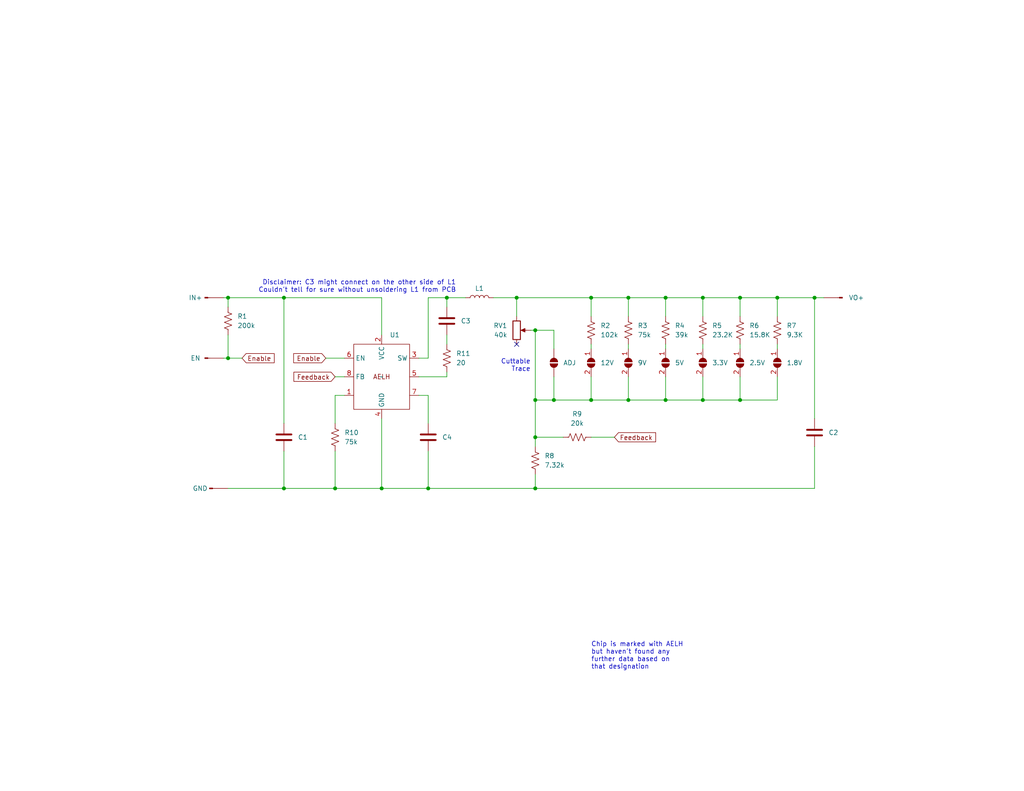
<source format=kicad_sch>
(kicad_sch (version 20230121) (generator eeschema)
  (paper "USLetter")
  (title_block (title "Reverse engineering AELH buck converter"))
  (lib_symbols
    (symbol "Conn_01x01_Pin_1" (pin_numbers hide) (pin_names (offset 1.016) hide)
      (property "Reference" "J" (at 0 2.54 0))
      (property "Value" "Conn_01x01_Pin" (at 0 -2.54 0))
      (symbol "Conn_01x01_Pin_1_1_1"
        (polyline (pts (xy 1.27 0) (xy 0.8636 0)) (stroke (width 0.1524)))
        (rectangle (start 0.8636 0.127) (end 0 -0.127) (stroke (width 0.1524)) (fill (type outline)))
        (pin passive line (at 5.08 0 180) (length 3.81) (name "Pin_1") (number "1"))
      )
    )
    (symbol "Conn_01x01_Pin_2" (pin_numbers hide) (pin_names (offset 1.016) hide)
      (property "Reference" "J" (at 0 2.54 0))
      (property "Value" "Conn_01x01_Pin" (at 0 -2.54 0))
      (symbol "Conn_01x01_Pin_2_1_1"
        (polyline (pts (xy 1.27 0) (xy 0.8636 0)) (stroke (width 0.1524)))
        (rectangle (start 0.8636 0.127) (end 0 -0.127) (stroke (width 0.1524)) (fill (type outline)))
        (pin passive line (at 5.08 0 180) (length 3.81) (name "Pin_1") (number "1"))
      )
    )
    (symbol "Conn_01x01_Pin_3" (pin_numbers hide) (pin_names (offset 1.016) hide)
      (property "Reference" "J" (at 0 2.54 0))
      (property "Value" "Conn_01x01_Pin" (at 0 -2.54 0))
      (symbol "Conn_01x01_Pin_3_1_1"
        (polyline (pts (xy 1.27 0) (xy 0.8636 0)) (stroke (width 0.1524)))
        (rectangle (start 0.8636 0.127) (end 0 -0.127) (stroke (width 0.1524)) (fill (type outline)))
        (pin passive line (at 5.08 0 180) (length 3.81) (name "Pin_1") (number "1"))
      )
    )
    (symbol "Connector:Conn_01x01_Pin" (pin_numbers hide) (pin_names (offset 1.016) hide)
      (property "Reference" "J" (at 0 2.54 0))
      (property "Value" "Conn_01x01_Pin" (at 0 -2.54 0))
      (symbol "Conn_01x01_Pin_1_1"
        (polyline (pts (xy 1.27 0) (xy 0.8636 0)) (stroke (width 0.1524)))
        (rectangle (start 0.8636 0.127) (end 0 -0.127) (stroke (width 0.1524)) (fill (type outline)))
        (pin passive line (at 5.08 0 180) (length 3.81) (name "Pin_1") (number "1"))
      )
    )
    (symbol "Device:C" (pin_numbers hide) (pin_names (offset 0.254))
      (property "Reference" "C" (at 0.635 2.54 0))
      (property "Value" "C" (at 0.635 -2.54 0))
      (symbol "C_0_1"
        (polyline (pts (xy -2.032 -0.762) (xy 2.032 -0.762)) (stroke (width 0.508)))
        (polyline (pts (xy -2.032 0.762) (xy 2.032 0.762)) (stroke (width 0.508)))
      )
      (symbol "C_1_1"
        (pin passive line (at 0 3.81 270) (length 2.794) (name "~") (number "1"))
        (pin passive line (at 0 -3.81 90) (length 2.794) (name "~") (number "2"))
      )
    )
    (symbol "Device:L" (pin_numbers hide) (pin_names (offset 1.016) hide)
      (property "Reference" "L" (at -1.27 0 90))
      (property "Value" "L" (at 1.905 0 90))
      (symbol "L_0_1"
        (arc (start 0 -2.54) (mid 0.6323 -1.905) (end 0 -1.27))
        (arc (start 0 -1.27) (mid 0.6323 -0.635) (end 0 0))
        (arc (start 0 0) (mid 0.6323 0.635) (end 0 1.27))
        (arc (start 0 1.27) (mid 0.6323 1.905) (end 0 2.54))
      )
      (symbol "L_1_1"
        (pin passive line (at 0 3.81 270) (length 1.27) (name "1") (number "1"))
        (pin passive line (at 0 -3.81 90) (length 1.27) (name "2") (number "2"))
      )
    )
    (symbol "Device:R_Potentiometer" (pin_numbers hide) (pin_names (offset 1.016) hide)
      (property "Reference" "RV" (at -4.445 0 90))
      (property "Value" "R_Potentiometer" (at -2.54 0 90))
      (symbol "R_Potentiometer_0_1"
        (polyline (pts (xy 2.54 0) (xy 1.524 0)))
        (polyline (pts (xy 1.143 0) (xy 2.286 0.508) (xy 2.286 -0.508) (xy 1.143 0)) (fill (type outline)))
        (rectangle (start 1.016 2.54) (end -1.016 -2.54) (stroke (width 0.254)))
      )
      (symbol "R_Potentiometer_1_1"
        (pin passive line (at 0 3.81 270) (length 1.27) (name "1") (number "1"))
        (pin passive line (at 3.81 0 180) (length 1.27) (name "2") (number "2"))
        (pin passive line (at 0 -3.81 90) (length 1.27) (name "3") (number "3"))
      )
    )
    (symbol "Device:R_US" (pin_numbers hide) (pin_names (offset 0))
      (property "Reference" "R" (at 2.54 0 90))
      (property "Value" "R_US" (at -2.54 0 90))
      (symbol "R_US_0_1"
        (polyline (pts (xy 0 -2.286) (xy 0 -2.54)))
        (polyline (pts (xy 0 2.286) (xy 0 2.54)))
        (polyline (pts (xy 0 -0.762) (xy 1.016 -1.143) (xy 0 -1.524) (xy -1.016 -1.905) (xy 0 -2.286)))
        (polyline (pts (xy 0 0.762) (xy 1.016 0.381) (xy 0 0) (xy -1.016 -0.381) (xy 0 -0.762)))
        (polyline (pts (xy 0 2.286) (xy 1.016 1.905) (xy 0 1.524) (xy -1.016 1.143) (xy 0 0.762)))
      )
      (symbol "R_US_1_1"
        (pin passive line (at 0 3.81 270) (length 1.27) (name "~") (number "1"))
        (pin passive line (at 0 -3.81 90) (length 1.27) (name "~") (number "2"))
      )
    )
    (symbol "Jumper:SolderJumper_2_Open" (pin_numbers hide) (pin_names (offset 0) hide)
      (property "Reference" "JP" (at 0 2.032 0))
      (property "Value" "SolderJumper_2_Open" (at 0 -2.54 0))
      (symbol "SolderJumper_2_Open_0_1"
        (arc (start -0.254 1.016) (mid -1.2656 0) (end -0.254 -1.016))
        (arc (start -0.254 1.016) (mid -1.2656 0) (end -0.254 -1.016) (fill (type outline)))
        (polyline (pts (xy -0.254 1.016) (xy -0.254 -1.016)))
        (polyline (pts (xy 0.254 1.016) (xy 0.254 -1.016)))
        (arc (start 0.254 -1.016) (mid 1.2656 0) (end 0.254 1.016))
        (arc (start 0.254 -1.016) (mid 1.2656 0) (end 0.254 1.016) (fill (type outline)))
      )
      (symbol "SolderJumper_2_Open_1_1"
        (pin passive line (at -3.81 0 0) (length 2.54) (name "A") (number "1"))
        (pin passive line (at 3.81 0 180) (length 2.54) (name "B") (number "2"))
      )
    )
    (symbol "SolderJumper_2_Open_1" (pin_names (offset 0) hide)
      (property "Reference" "JP" (at 0 2.032 0))
      (property "Value" "SolderJumper_2_Open" (at 0 -2.54 0))
      (symbol "SolderJumper_2_Open_1_0_1"
        (arc (start -0.254 1.016) (mid -1.2656 0) (end -0.254 -1.016))
        (arc (start -0.254 1.016) (mid -1.2656 0) (end -0.254 -1.016) (fill (type outline)))
        (polyline (pts (xy -0.254 1.016) (xy -0.254 -1.016)))
        (polyline (pts (xy 0.254 1.016) (xy 0.254 -1.016)))
        (arc (start 0.254 -1.016) (mid 1.2656 0) (end 0.254 1.016))
        (arc (start 0.254 -1.016) (mid 1.2656 0) (end 0.254 1.016) (fill (type outline)))
      )
      (symbol "SolderJumper_2_Open_1_1_1"
        (pin passive line (at -3.81 0 0) (length 2.54) (name "A") (number "1"))
        (pin passive line (at 3.81 0 180) (length 2.54) (name "B") (number "2"))
      )
    )
    (symbol "aelh:AELH"
      (property "Reference" "U" (at 3.81 11.43 0))
      (symbol "AELH_0_1"
        (rectangle (start -7.62 8.89) (end 7.62 -8.89))
      )
      (symbol "AELH_1_1"
        (text "AELH" (at 0 0 0) (effects (font (size 1.27 1.27))))
        (pin passive line (at -10.16 -5.08 0) (length 2.54) (name "") (number "1"))
        (pin power_in line (at 0 11.43 270) (length 2.54) (name "VCC") (number "2"))
        (pin power_in line (at 10.16 5.08 180) (length 2.54) (name "SW") (number "3"))
        (pin power_in line (at 0 -11.43 90) (length 2.54) (name "GND") (number "4"))
        (pin passive line (at 10.16 0 180) (length 2.54) (name "") (number "5"))
        (pin passive line (at -10.16 5.08 0) (length 2.54) (name "EN") (number "6"))
        (pin passive line (at 10.16 -5.08 180) (length 2.54) (name "") (number "7"))
        (pin passive line (at -10.16 0 0) (length 2.54) (name "FB") (number "8"))
      )
    )
  )
  (junction (at 146.05 119.38))
  (junction (at 91.44 133.35))
  (junction (at 104.14 133.35))
  (junction (at 161.29 109.22))
  (junction (at 191.77 109.22))
  (junction (at 140.97 81.28))
  (junction (at 62.23 97.79))
  (junction (at 146.05 90.17))
  (junction (at 181.61 81.28))
  (junction (at 191.77 81.28))
  (junction (at 171.45 81.28))
  (junction (at 77.47 133.35))
  (junction (at 116.84 133.35))
  (junction (at 222.25 81.28))
  (junction (at 201.93 109.22))
  (junction (at 62.23 81.28))
  (junction (at 171.45 109.22))
  (junction (at 181.61 109.22))
  (junction (at 161.29 81.28))
  (junction (at 151.13 109.22))
  (junction (at 212.09 81.28))
  (junction (at 121.92 81.28))
  (junction (at 77.47 81.28))
  (junction (at 201.93 81.28))
  (junction (at 146.05 133.35))
  (junction (at 146.05 109.22))
  (no_connect (at 140.97 93.98))
  (wire (pts (xy 171.45 109.22) (xy 181.61 109.22)))
  (wire (pts (xy 146.05 129.54) (xy 146.05 133.35)))
  (wire (pts (xy 121.92 81.28) (xy 116.84 81.28)))
  (wire (pts (xy 104.14 81.28) (xy 77.47 81.28)))
  (wire (pts (xy 191.77 102.87) (xy 191.77 109.22)))
  (wire (pts (xy 181.61 93.98) (xy 181.61 95.25)))
  (wire (pts (xy 144.78 90.17) (xy 146.05 90.17)))
  (wire (pts (xy 161.29 102.87) (xy 161.29 109.22)))
  (wire (pts (xy 121.92 81.28) (xy 121.92 83.82)))
  (wire (pts (xy 222.25 121.92) (xy 222.25 133.35)))
  (wire (pts (xy 191.77 93.98) (xy 191.77 95.25)))
  (wire (pts (xy 201.93 81.28) (xy 201.93 86.36)))
  (wire (pts (xy 212.09 93.98) (xy 212.09 95.25)))
  (wire (pts (xy 62.23 97.79) (xy 66.04 97.79)))
  (wire (pts (xy 121.92 102.87) (xy 114.3 102.87)))
  (wire (pts (xy 60.96 81.28) (xy 62.23 81.28)))
  (wire (pts (xy 161.29 81.28) (xy 161.29 86.36)))
  (wire (pts (xy 62.23 81.28) (xy 62.23 83.82)))
  (wire (pts (xy 151.13 102.87) (xy 151.13 109.22)))
  (wire (pts (xy 201.93 81.28) (xy 212.09 81.28)))
  (wire (pts (xy 127 81.28) (xy 121.92 81.28)))
  (wire (pts (xy 146.05 109.22) (xy 146.05 119.38)))
  (wire (pts (xy 212.09 81.28) (xy 212.09 86.36)))
  (wire (pts (xy 146.05 119.38) (xy 146.05 121.92)))
  (wire (pts (xy 151.13 109.22) (xy 146.05 109.22)))
  (wire (pts (xy 171.45 81.28) (xy 181.61 81.28)))
  (wire (pts (xy 212.09 102.87) (xy 212.09 109.22)))
  (wire (pts (xy 121.92 91.44) (xy 121.92 93.98)))
  (wire (pts (xy 161.29 109.22) (xy 151.13 109.22)))
  (wire (pts (xy 91.44 133.35) (xy 104.14 133.35)))
  (wire (pts (xy 146.05 90.17) (xy 151.13 90.17)))
  (wire (pts (xy 161.29 81.28) (xy 171.45 81.28)))
  (wire (pts (xy 116.84 107.95) (xy 116.84 115.57)))
  (wire (pts (xy 62.23 91.44) (xy 62.23 97.79)))
  (wire (pts (xy 116.84 133.35) (xy 146.05 133.35)))
  (wire (pts (xy 222.25 81.28) (xy 224.79 81.28)))
  (wire (pts (xy 77.47 133.35) (xy 91.44 133.35)))
  (wire (pts (xy 161.29 109.22) (xy 171.45 109.22)))
  (wire (pts (xy 134.62 81.28) (xy 140.97 81.28)))
  (wire (pts (xy 146.05 119.38) (xy 153.67 119.38)))
  (wire (pts (xy 116.84 97.79) (xy 114.3 97.79)))
  (wire (pts (xy 212.09 81.28) (xy 222.25 81.28)))
  (wire (pts (xy 171.45 102.87) (xy 171.45 109.22)))
  (wire (pts (xy 161.29 119.38) (xy 167.64 119.38)))
  (wire (pts (xy 116.84 123.19) (xy 116.84 133.35)))
  (wire (pts (xy 91.44 102.87) (xy 93.98 102.87)))
  (wire (pts (xy 91.44 123.19) (xy 91.44 133.35)))
  (wire (pts (xy 201.93 109.22) (xy 212.09 109.22)))
  (wire (pts (xy 191.77 109.22) (xy 201.93 109.22)))
  (wire (pts (xy 222.25 81.28) (xy 222.25 114.3)))
  (wire (pts (xy 151.13 90.17) (xy 151.13 95.25)))
  (wire (pts (xy 62.23 133.35) (xy 77.47 133.35)))
  (wire (pts (xy 201.93 93.98) (xy 201.93 95.25)))
  (wire (pts (xy 146.05 133.35) (xy 222.25 133.35)))
  (wire (pts (xy 104.14 114.3) (xy 104.14 133.35)))
  (wire (pts (xy 191.77 81.28) (xy 191.77 86.36)))
  (wire (pts (xy 116.84 107.95) (xy 114.3 107.95)))
  (wire (pts (xy 91.44 107.95) (xy 91.44 115.57)))
  (wire (pts (xy 140.97 81.28) (xy 161.29 81.28)))
  (wire (pts (xy 77.47 81.28) (xy 77.47 115.57)))
  (wire (pts (xy 88.9 97.79) (xy 93.98 97.79)))
  (wire (pts (xy 181.61 81.28) (xy 181.61 86.36)))
  (wire (pts (xy 104.14 81.28) (xy 104.14 91.44)))
  (wire (pts (xy 121.92 101.6) (xy 121.92 102.87)))
  (wire (pts (xy 140.97 86.36) (xy 140.97 81.28)))
  (wire (pts (xy 161.29 93.98) (xy 161.29 95.25)))
  (wire (pts (xy 60.96 97.79) (xy 62.23 97.79)))
  (wire (pts (xy 201.93 102.87) (xy 201.93 109.22)))
  (wire (pts (xy 62.23 81.28) (xy 77.47 81.28)))
  (wire (pts (xy 171.45 81.28) (xy 171.45 86.36)))
  (wire (pts (xy 181.61 102.87) (xy 181.61 109.22)))
  (wire (pts (xy 77.47 123.19) (xy 77.47 133.35)))
  (wire (pts (xy 91.44 107.95) (xy 93.98 107.95)))
  (wire (pts (xy 146.05 109.22) (xy 146.05 90.17)))
  (wire (pts (xy 181.61 109.22) (xy 191.77 109.22)))
  (wire (pts (xy 116.84 81.28) (xy 116.84 97.79)))
  (wire (pts (xy 104.14 133.35) (xy 116.84 133.35)))
  (wire (pts (xy 171.45 93.98) (xy 171.45 95.25)))
  (wire (pts (xy 181.61 81.28) (xy 191.77 81.28)))
  (wire (pts (xy 191.77 81.28) (xy 201.93 81.28)))
  (text "Cuttable\nTrace" (at 144.78 101.6 0) (effects (font (size 1.27 1.27)) (justify right bottom)))
  (text "Disclaimer: C3 might connect on the other side of L1\nCouldn't tell for sure without unsoldering L1 from PCB" (at 124.46 80.01 0) (effects (font (size 1.27 1.27)) (justify right bottom)))
  (text "Chip is marked with AELH\nbut haven't found any\nfurther data based on\nthat designation" (at 161.29 182.88 0) (effects (font (size 1.27 1.27)) (justify left bottom)))
  (global_label "Enable" (shape input) (at 88.9 97.79 180) (property "Intersheetrefs" "${INTERSHEET_REFS}" (effects hide)))
  (global_label "Enable" (shape input) (at 66.04 97.79 0) (property "Intersheetrefs" "${INTERSHEET_REFS}" (effects hide)))
  (global_label "Feedback" (shape input) (at 91.44 102.87 180) (property "Intersheetrefs" "${INTERSHEET_REFS}" (effects hide)))
  (global_label "Feedback" (shape input) (at 167.64 119.38 0) (property "Intersheetrefs" "${INTERSHEET_REFS}" (effects hide)))
  (symbol (lib_name "SolderJumper_2_Open_1") (lib_id "Jumper:SolderJumper_2_Open") (at 161.29 99.06 270) (unit 1)
    (property "Reference" "JP1" (effects hide))
    (property "Value" "12V" (at 163.83 99.06 90) (effects (justify left)))
  )
  (symbol (lib_id "Device:L") (at 130.81 81.28 90) (unit 1)
    (property "Reference" "L1" (at 130.81 78.74 90))
    (property "Value" "L" (effects hide))
  )
  (symbol (lib_id "Device:C") (at 121.92 87.63 0) (unit 1)
    (property "Reference" "C3" (at 125.73 87.63 0) (effects (justify left)))
    (property "Value" "C" (effects hide))
  )
  (symbol (lib_id "Device:R_US") (at 146.05 125.73 0) (unit 1)
    (property "Reference" "R8" (at 148.59 124.46 0) (effects (justify left)))
    (property "Value" "7.32k" (at 148.59 127 0) (effects (justify left)))
  )
  (symbol (lib_id "Device:R_US") (at 171.45 90.17 0) (unit 1)
    (property "Reference" "R3" (at 173.99 88.9 0) (effects (justify left)))
    (property "Value" "75k" (at 173.99 91.44 0) (effects (justify left)))
  )
  (symbol (lib_name "SolderJumper_2_Open_1") (lib_id "Jumper:SolderJumper_2_Open") (at 171.45 99.06 270) (unit 1)
    (property "Reference" "JP2" (effects hide))
    (property "Value" "9V" (at 173.99 99.06 90) (effects (justify left)))
  )
  (symbol (lib_name "SolderJumper_2_Open_1") (lib_id "Jumper:SolderJumper_2_Open") (at 201.93 99.06 270) (unit 1)
    (property "Reference" "JP5" (effects hide))
    (property "Value" "2.5V" (at 204.47 99.06 90) (effects (justify left)))
  )
  (symbol (lib_id "Device:C") (at 116.84 119.38 0) (unit 1)
    (property "Reference" "C4" (at 120.65 119.38 0) (effects (justify left)))
    (property "Value" "C" (effects hide))
  )
  (symbol (lib_id "Device:R_US") (at 161.29 90.17 0) (unit 1)
    (property "Reference" "R2" (at 163.83 88.9 0) (effects (justify left)))
    (property "Value" "102k" (at 163.83 91.44 0) (effects (justify left)))
  )
  (symbol (lib_id "aelh:AELH") (at 104.14 102.87 0) (unit 1)
    (property "Reference" "U1" (at 106.3341 91.44 0) (effects (justify left)))
    (property "Value" "~" (at 104.14 102.87 0))
  )
  (symbol (lib_name "Conn_01x01_Pin_2") (lib_id "Connector:Conn_01x01_Pin") (at 57.15 133.35 0) (unit 1)
    (property "Reference" "GND" (at 54.61 133.35 0))
    (property "Value" "Conn_01x01_Pin" (effects hide))
  )
  (symbol (lib_name "Conn_01x01_Pin_1") (lib_id "Connector:Conn_01x01_Pin") (at 55.88 81.28 0) (unit 1)
    (property "Reference" "IN+" (at 53.34 81.28 0))
    (property "Value" "Conn_01x01_Pin" (effects hide))
  )
  (symbol (lib_id "Device:R_Potentiometer") (at 140.97 90.17 0) (unit 1)
    (property "Reference" "RV1" (at 138.43 88.9 0) (effects (justify right)))
    (property "Value" "40k" (at 138.43 91.44 0) (effects (justify right)))
  )
  (symbol (lib_name "SolderJumper_2_Open_1") (lib_id "Jumper:SolderJumper_2_Open") (at 212.09 99.06 270) (unit 1)
    (property "Reference" "JP6" (effects hide))
    (property "Value" "1.8V" (at 214.63 99.06 90) (effects (justify left)))
  )
  (symbol (lib_id "Device:R_US") (at 62.23 87.63 0) (unit 1)
    (property "Reference" "R1" (at 64.77 86.36 0) (effects (justify left)))
    (property "Value" "200k" (at 64.77 88.9 0) (effects (justify left)))
  )
  (symbol (lib_id "Device:R_US") (at 201.93 90.17 0) (unit 1)
    (property "Reference" "R6" (at 204.47 88.9 0) (effects (justify left)))
    (property "Value" "15.8K" (at 204.47 91.44 0) (effects (justify left)))
  )
  (symbol (lib_id "Device:R_US") (at 181.61 90.17 0) (unit 1)
    (property "Reference" "R4" (at 184.15 88.9 0) (effects (justify left)))
    (property "Value" "39k" (at 184.15 91.44 0) (effects (justify left)))
  )
  (symbol (lib_id "Device:C") (at 222.25 118.11 0) (unit 1)
    (property "Reference" "C2" (at 226.06 118.11 0) (effects (justify left)))
    (property "Value" "C" (effects hide))
  )
  (symbol (lib_name "SolderJumper_2_Open_1") (lib_id "Jumper:SolderJumper_2_Open") (at 181.61 99.06 270) (unit 1)
    (property "Reference" "JP3" (effects hide))
    (property "Value" "5V" (at 184.15 99.06 90) (effects (justify left)))
  )
  (symbol (lib_id "Device:R_US") (at 191.77 90.17 0) (unit 1)
    (property "Reference" "R5" (at 194.31 88.9 0) (effects (justify left)))
    (property "Value" "23.2K" (at 194.31 91.44 0) (effects (justify left)))
  )
  (symbol (lib_name "SolderJumper_2_Open_1") (lib_id "Jumper:SolderJumper_2_Open") (at 191.77 99.06 270) (unit 1)
    (property "Reference" "JP4" (effects hide))
    (property "Value" "3.3V" (at 194.31 99.06 90) (effects (justify left)))
  )
  (symbol (lib_id "Device:C") (at 77.47 119.38 0) (unit 1)
    (property "Reference" "C1" (at 81.28 119.38 0) (effects (justify left)))
    (property "Value" "C" (effects hide))
  )
  (symbol (lib_id "Connector:Conn_01x01_Pin") (at 55.88 97.79 0) (unit 1)
    (property "Reference" "EN" (at 53.34 97.79 0))
    (property "Value" "Conn_01x01_Pin" (effects hide))
  )
  (symbol (lib_id "Device:R_US") (at 212.09 90.17 0) (unit 1)
    (property "Reference" "R7" (at 214.63 88.9 0) (effects (justify left)))
    (property "Value" "9.3K" (at 214.63 91.44 0) (effects (justify left)))
  )
  (symbol (lib_name "Conn_01x01_Pin_3") (lib_id "Connector:Conn_01x01_Pin") (at 229.87 81.28 180) (unit 1)
    (property "Reference" "VO+" (at 233.68 81.28 0))
    (property "Value" "Conn_01x01_Pin" (effects hide))
  )
  (symbol (lib_id "Device:R_US") (at 157.48 119.38 90) (unit 1)
    (property "Reference" "R9" (at 157.48 113.03 90))
    (property "Value" "20k" (at 157.48 115.57 90))
  )
  (symbol (lib_id "Device:R_US") (at 121.92 97.79 0) (unit 1)
    (property "Reference" "R11" (at 124.46 96.52 0) (effects (justify left)))
    (property "Value" "20" (at 124.46 99.06 0) (effects (justify left)))
  )
  (symbol (lib_id "Device:R_US") (at 91.44 119.38 180) (unit 1)
    (property "Reference" "R10" (at 93.98 118.11 0) (effects (justify right)))
    (property "Value" "75k" (at 93.98 120.65 0) (effects (justify right)))
  )
  (symbol (lib_id "Jumper:SolderJumper_2_Open") (at 151.13 99.06 90) (unit 1)
    (property "Reference" "ADJ" (at 153.67 99.06 90) (effects (justify right)))
    (property "Value" "SolderJumper_2_Open" (effects hide))
  )
)
</source>
